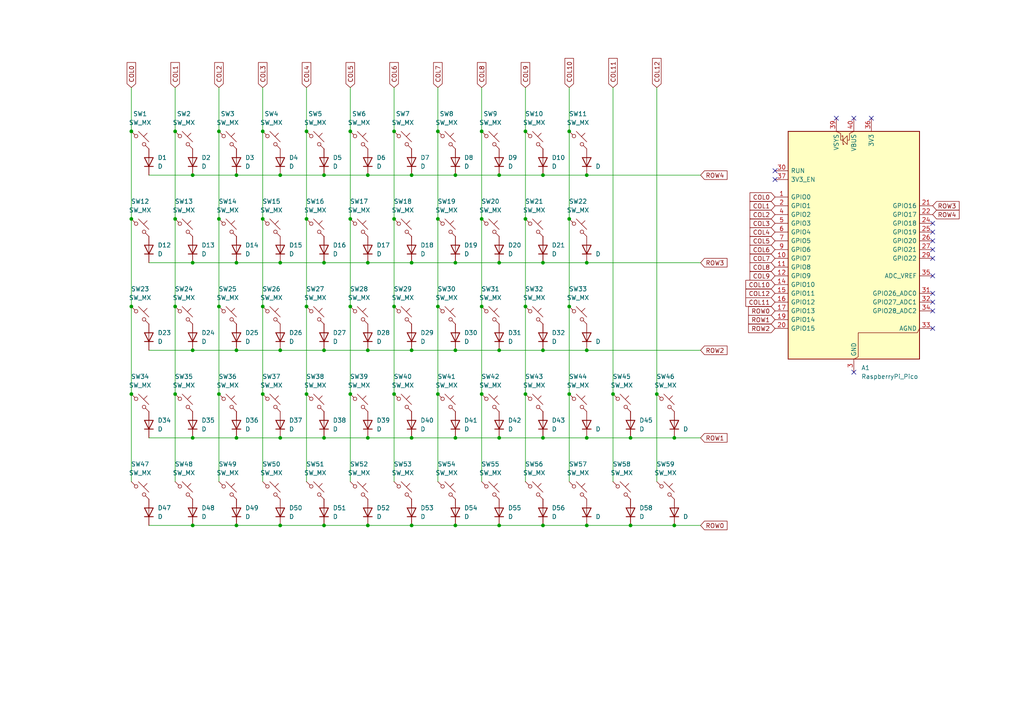
<source format=kicad_sch>
(kicad_sch (version 20250114) (generator "eeschema") (generator_version "9.0")
  (paper "A4")
  (junction (at 139.7 114.3))
  (junction (at 132.08 152.4))
  (junction (at 81.28 50.8))
  (junction (at 81.28 76.2))
  (junction (at 119.38 152.4))
  (junction (at 76.2 88.9))
  (junction (at 101.6 114.3))
  (junction (at 50.8 114.3))
  (junction (at 63.5 38.1))
  (junction (at 68.58 76.2))
  (junction (at 170.18 152.4))
  (junction (at 182.88 127))
  (junction (at 144.78 76.2))
  (junction (at 106.68 50.8))
  (junction (at 139.7 88.9))
  (junction (at 152.4 38.1))
  (junction (at 93.98 76.2))
  (junction (at 81.28 127))
  (junction (at 127 38.1))
  (junction (at 106.68 127))
  (junction (at 144.78 101.6))
  (junction (at 139.7 63.5))
  (junction (at 88.9 38.1))
  (junction (at 190.5 114.3))
  (junction (at 63.5 88.9))
  (junction (at 88.9 88.9))
  (junction (at 165.1 114.3))
  (junction (at 38.1 63.5))
  (junction (at 114.3 38.1))
  (junction (at 132.08 50.8))
  (junction (at 68.58 152.4))
  (junction (at 38.1 38.1))
  (junction (at 165.1 38.1))
  (junction (at 55.88 76.2))
  (junction (at 101.6 88.9))
  (junction (at 195.58 152.4))
  (junction (at 177.8 114.3))
  (junction (at 50.8 88.9))
  (junction (at 170.18 101.6))
  (junction (at 50.8 63.5))
  (junction (at 132.08 76.2))
  (junction (at 106.68 101.6))
  (junction (at 114.3 88.9))
  (junction (at 132.08 127))
  (junction (at 157.48 127))
  (junction (at 170.18 50.8))
  (junction (at 68.58 127))
  (junction (at 114.3 114.3))
  (junction (at 119.38 101.6))
  (junction (at 81.28 101.6))
  (junction (at 93.98 101.6))
  (junction (at 106.68 152.4))
  (junction (at 152.4 63.5))
  (junction (at 38.1 88.9))
  (junction (at 119.38 76.2))
  (junction (at 144.78 127))
  (junction (at 139.7 38.1))
  (junction (at 76.2 38.1))
  (junction (at 144.78 50.8))
  (junction (at 106.68 76.2))
  (junction (at 93.98 50.8))
  (junction (at 127 88.9))
  (junction (at 68.58 50.8))
  (junction (at 55.88 101.6))
  (junction (at 93.98 127))
  (junction (at 132.08 101.6))
  (junction (at 88.9 114.3))
  (junction (at 157.48 50.8))
  (junction (at 157.48 76.2))
  (junction (at 170.18 127))
  (junction (at 63.5 63.5))
  (junction (at 55.88 152.4))
  (junction (at 119.38 127))
  (junction (at 101.6 63.5))
  (junction (at 81.28 152.4))
  (junction (at 114.3 63.5))
  (junction (at 127 114.3))
  (junction (at 195.58 127))
  (junction (at 157.48 152.4))
  (junction (at 157.48 101.6))
  (junction (at 165.1 88.9))
  (junction (at 50.8 38.1))
  (junction (at 127 63.5))
  (junction (at 152.4 114.3))
  (junction (at 170.18 76.2))
  (junction (at 88.9 63.5))
  (junction (at 144.78 152.4))
  (junction (at 63.5 114.3))
  (junction (at 76.2 114.3))
  (junction (at 152.4 88.9))
  (junction (at 76.2 63.5))
  (junction (at 38.1 114.3))
  (junction (at 101.6 38.1))
  (junction (at 68.58 101.6))
  (junction (at 93.98 152.4))
  (junction (at 55.88 50.8))
  (junction (at 119.38 50.8))
  (junction (at 165.1 63.5))
  (junction (at 182.88 152.4))
  (junction (at 55.88 127))
  (no_connect (at 224.79 49.53))
  (no_connect (at 270.51 95.25))
  (no_connect (at 242.57 34.29))
  (no_connect (at 270.51 64.77))
  (no_connect (at 270.51 72.39))
  (no_connect (at 270.51 74.93))
  (no_connect (at 252.73 34.29))
  (no_connect (at 270.51 90.17))
  (no_connect (at 270.51 87.63))
  (no_connect (at 270.51 67.31))
  (no_connect (at 270.51 69.85))
  (no_connect (at 270.51 80.01))
  (no_connect (at 270.51 85.09))
  (no_connect (at 224.79 52.07))
  (no_connect (at 247.65 34.29))
  (no_connect (at 247.65 107.95))
  (wire (pts (xy 177.8 25.4) (xy 177.8 114.3)))
  (wire (pts (xy 55.88 50.8) (xy 68.58 50.8)))
  (wire (pts (xy 119.38 76.2) (xy 132.08 76.2)))
  (wire (pts (xy 132.08 152.4) (xy 144.78 152.4)))
  (wire (pts (xy 101.6 63.5) (xy 101.6 88.9)))
  (wire (pts (xy 165.1 38.1) (xy 165.1 63.5)))
  (wire (pts (xy 152.4 88.9) (xy 152.4 114.3)))
  (wire (pts (xy 127 63.5) (xy 127 88.9)))
  (wire (pts (xy 88.9 63.5) (xy 88.9 88.9)))
  (wire (pts (xy 88.9 25.4) (xy 88.9 38.1)))
  (wire (pts (xy 68.58 50.8) (xy 81.28 50.8)))
  (wire (pts (xy 182.88 152.4) (xy 195.58 152.4)))
  (wire (pts (xy 139.7 38.1) (xy 139.7 63.5)))
  (wire (pts (xy 50.8 88.9) (xy 50.8 114.3)))
  (wire (pts (xy 114.3 25.4) (xy 114.3 38.1)))
  (wire (pts (xy 195.58 127) (xy 203.2 127)))
  (wire (pts (xy 101.6 38.1) (xy 101.6 63.5)))
  (wire (pts (xy 127 25.4) (xy 127 38.1)))
  (wire (pts (xy 68.58 152.4) (xy 81.28 152.4)))
  (wire (pts (xy 43.18 101.6) (xy 55.88 101.6)))
  (wire (pts (xy 63.5 63.5) (xy 63.5 88.9)))
  (wire (pts (xy 144.78 76.2) (xy 157.48 76.2)))
  (wire (pts (xy 170.18 76.2) (xy 203.2 76.2)))
  (wire (pts (xy 203.2 152.4) (xy 195.58 152.4)))
  (wire (pts (xy 170.18 127) (xy 182.88 127)))
  (wire (pts (xy 68.58 76.2) (xy 81.28 76.2)))
  (wire (pts (xy 127 114.3) (xy 127 139.7)))
  (wire (pts (xy 63.5 25.4) (xy 63.5 38.1)))
  (wire (pts (xy 38.1 63.5) (xy 38.1 88.9)))
  (wire (pts (xy 106.68 76.2) (xy 119.38 76.2)))
  (wire (pts (xy 63.5 88.9) (xy 63.5 114.3)))
  (wire (pts (xy 132.08 127) (xy 144.78 127)))
  (wire (pts (xy 93.98 127) (xy 106.68 127)))
  (wire (pts (xy 101.6 114.3) (xy 101.6 139.7)))
  (wire (pts (xy 55.88 76.2) (xy 68.58 76.2)))
  (wire (pts (xy 93.98 76.2) (xy 106.68 76.2)))
  (wire (pts (xy 165.1 114.3) (xy 165.1 139.7)))
  (wire (pts (xy 177.8 114.3) (xy 177.8 139.7)))
  (wire (pts (xy 88.9 38.1) (xy 88.9 63.5)))
  (wire (pts (xy 152.4 38.1) (xy 152.4 63.5)))
  (wire (pts (xy 152.4 25.4) (xy 152.4 38.1)))
  (wire (pts (xy 63.5 38.1) (xy 63.5 63.5)))
  (wire (pts (xy 139.7 88.9) (xy 139.7 114.3)))
  (wire (pts (xy 114.3 63.5) (xy 114.3 88.9)))
  (wire (pts (xy 127 88.9) (xy 127 114.3)))
  (wire (pts (xy 106.68 127) (xy 119.38 127)))
  (wire (pts (xy 139.7 25.4) (xy 139.7 38.1)))
  (wire (pts (xy 101.6 88.9) (xy 101.6 114.3)))
  (wire (pts (xy 43.18 50.8) (xy 55.88 50.8)))
  (wire (pts (xy 76.2 38.1) (xy 76.2 63.5)))
  (wire (pts (xy 76.2 25.4) (xy 76.2 38.1)))
  (wire (pts (xy 50.8 63.5) (xy 50.8 88.9)))
  (wire (pts (xy 81.28 50.8) (xy 93.98 50.8)))
  (wire (pts (xy 139.7 114.3) (xy 139.7 139.7)))
  (wire (pts (xy 119.38 152.4) (xy 132.08 152.4)))
  (wire (pts (xy 165.1 63.5) (xy 165.1 88.9)))
  (wire (pts (xy 93.98 50.8) (xy 106.68 50.8)))
  (wire (pts (xy 93.98 101.6) (xy 106.68 101.6)))
  (wire (pts (xy 157.48 127) (xy 170.18 127)))
  (wire (pts (xy 43.18 152.4) (xy 55.88 152.4)))
  (wire (pts (xy 190.5 25.4) (xy 190.5 114.3)))
  (wire (pts (xy 170.18 50.8) (xy 203.2 50.8)))
  (wire (pts (xy 157.48 101.6) (xy 170.18 101.6)))
  (wire (pts (xy 119.38 127) (xy 132.08 127)))
  (wire (pts (xy 88.9 88.9) (xy 88.9 114.3)))
  (wire (pts (xy 106.68 101.6) (xy 119.38 101.6)))
  (wire (pts (xy 114.3 88.9) (xy 114.3 114.3)))
  (wire (pts (xy 144.78 50.8) (xy 157.48 50.8)))
  (wire (pts (xy 101.6 25.4) (xy 101.6 38.1)))
  (wire (pts (xy 43.18 76.2) (xy 55.88 76.2)))
  (wire (pts (xy 144.78 127) (xy 157.48 127)))
  (wire (pts (xy 68.58 101.6) (xy 81.28 101.6)))
  (wire (pts (xy 132.08 101.6) (xy 144.78 101.6)))
  (wire (pts (xy 170.18 101.6) (xy 203.2 101.6)))
  (wire (pts (xy 132.08 50.8) (xy 144.78 50.8)))
  (wire (pts (xy 55.88 152.4) (xy 68.58 152.4)))
  (wire (pts (xy 50.8 25.4) (xy 50.8 38.1)))
  (wire (pts (xy 182.88 127) (xy 195.58 127)))
  (wire (pts (xy 165.1 88.9) (xy 165.1 114.3)))
  (wire (pts (xy 93.98 152.4) (xy 106.68 152.4)))
  (wire (pts (xy 81.28 127) (xy 93.98 127)))
  (wire (pts (xy 139.7 63.5) (xy 139.7 88.9)))
  (wire (pts (xy 76.2 88.9) (xy 76.2 114.3)))
  (wire (pts (xy 76.2 114.3) (xy 76.2 139.7)))
  (wire (pts (xy 106.68 50.8) (xy 119.38 50.8)))
  (wire (pts (xy 119.38 101.6) (xy 132.08 101.6)))
  (wire (pts (xy 190.5 114.3) (xy 190.5 139.7)))
  (wire (pts (xy 38.1 88.9) (xy 38.1 114.3)))
  (wire (pts (xy 114.3 114.3) (xy 114.3 139.7)))
  (wire (pts (xy 157.48 50.8) (xy 170.18 50.8)))
  (wire (pts (xy 119.38 50.8) (xy 132.08 50.8)))
  (wire (pts (xy 55.88 127) (xy 68.58 127)))
  (wire (pts (xy 81.28 101.6) (xy 93.98 101.6)))
  (wire (pts (xy 132.08 76.2) (xy 144.78 76.2)))
  (wire (pts (xy 55.88 101.6) (xy 68.58 101.6)))
  (wire (pts (xy 127 38.1) (xy 127 63.5)))
  (wire (pts (xy 114.3 38.1) (xy 114.3 63.5)))
  (wire (pts (xy 152.4 63.5) (xy 152.4 88.9)))
  (wire (pts (xy 81.28 76.2) (xy 93.98 76.2)))
  (wire (pts (xy 165.1 25.4) (xy 165.1 38.1)))
  (wire (pts (xy 144.78 101.6) (xy 157.48 101.6)))
  (wire (pts (xy 38.1 38.1) (xy 38.1 63.5)))
  (wire (pts (xy 63.5 114.3) (xy 63.5 139.7)))
  (wire (pts (xy 38.1 25.4) (xy 38.1 38.1)))
  (wire (pts (xy 50.8 114.3) (xy 50.8 139.7)))
  (wire (pts (xy 50.8 38.1) (xy 50.8 63.5)))
  (wire (pts (xy 152.4 114.3) (xy 152.4 139.7)))
  (wire (pts (xy 76.2 63.5) (xy 76.2 88.9)))
  (wire (pts (xy 38.1 114.3) (xy 38.1 139.7)))
  (wire (pts (xy 157.48 152.4) (xy 170.18 152.4)))
  (wire (pts (xy 68.58 127) (xy 81.28 127)))
  (wire (pts (xy 144.78 152.4) (xy 157.48 152.4)))
  (wire (pts (xy 170.18 152.4) (xy 182.88 152.4)))
  (wire (pts (xy 157.48 76.2) (xy 170.18 76.2)))
  (wire (pts (xy 81.28 152.4) (xy 93.98 152.4)))
  (wire (pts (xy 106.68 152.4) (xy 119.38 152.4)))
  (wire (pts (xy 43.18 127) (xy 55.88 127)))
  (wire (pts (xy 88.9 114.3) (xy 88.9 139.7)))
  (global_label "COL2" (shape input) (at 63.5 25.4 90) (property "Intersheetrefs" "${INTERSHEET_REFS}" (effects (hide yes))))
  (global_label "ROW4" (shape input) (at 203.2 50.8 0) (property "Intersheetrefs" "${INTERSHEET_REFS}" (effects (hide yes))))
  (global_label "COL0" (shape input) (at 224.79 57.15 180) (property "Intersheetrefs" "${INTERSHEET_REFS}" (effects (hide yes))))
  (global_label "COL6" (shape input) (at 224.79 72.39 180) (property "Intersheetrefs" "${INTERSHEET_REFS}" (effects (hide yes))))
  (global_label "COL12" (shape input) (at 224.79 85.09 180) (property "Intersheetrefs" "${INTERSHEET_REFS}" (effects (hide yes))))
  (global_label "ROW2" (shape input) (at 203.2 101.6 0) (property "Intersheetrefs" "${INTERSHEET_REFS}" (effects (hide yes))))
  (global_label "ROW1" (shape input) (at 224.79 92.71 180) (property "Intersheetrefs" "${INTERSHEET_REFS}" (effects (hide yes))))
  (global_label "COL4" (shape input) (at 224.79 67.31 180) (property "Intersheetrefs" "${INTERSHEET_REFS}" (effects (hide yes))))
  (global_label "ROW3" (shape input) (at 270.51 59.69 0) (property "Intersheetrefs" "${INTERSHEET_REFS}" (effects (hide yes))))
  (global_label "ROW0" (shape input) (at 203.2 152.4 0) (property "Intersheetrefs" "${INTERSHEET_REFS}" (effects (hide yes))))
  (global_label "COL8" (shape input) (at 139.7 25.4 90) (property "Intersheetrefs" "${INTERSHEET_REFS}" (effects (hide yes))))
  (global_label "COL1" (shape input) (at 224.79 59.69 180) (property "Intersheetrefs" "${INTERSHEET_REFS}" (effects (hide yes))))
  (global_label "COL4" (shape input) (at 88.9 25.4 90) (property "Intersheetrefs" "${INTERSHEET_REFS}" (effects (hide yes))))
  (global_label "ROW1" (shape input) (at 203.2 127 0) (property "Intersheetrefs" "${INTERSHEET_REFS}" (effects (hide yes))))
  (global_label "COL5" (shape input) (at 224.79 69.85 180) (property "Intersheetrefs" "${INTERSHEET_REFS}" (effects (hide yes))))
  (global_label "COL7" (shape input) (at 224.79 74.93 180) (property "Intersheetrefs" "${INTERSHEET_REFS}" (effects (hide yes))))
  (global_label "ROW2" (shape input) (at 224.79 95.25 180) (property "Intersheetrefs" "${INTERSHEET_REFS}" (effects (hide yes))))
  (global_label "COL1" (shape input) (at 50.8 25.4 90) (property "Intersheetrefs" "${INTERSHEET_REFS}" (effects (hide yes))))
  (global_label "COL6" (shape input) (at 114.3 25.4 90) (property "Intersheetrefs" "${INTERSHEET_REFS}" (effects (hide yes))))
  (global_label "COL10" (shape input) (at 165.1 25.4 90) (property "Intersheetrefs" "${INTERSHEET_REFS}" (effects (hide yes))))
  (global_label "COL11" (shape input) (at 224.79 87.63 180) (property "Intersheetrefs" "${INTERSHEET_REFS}" (effects (hide yes))))
  (global_label "COL8" (shape input) (at 224.79 77.47 180) (property "Intersheetrefs" "${INTERSHEET_REFS}" (effects (hide yes))))
  (global_label "COL10" (shape input) (at 224.79 82.55 180) (property "Intersheetrefs" "${INTERSHEET_REFS}" (effects (hide yes))))
  (global_label "COL3" (shape input) (at 76.2 25.4 90) (property "Intersheetrefs" "${INTERSHEET_REFS}" (effects (hide yes))))
  (global_label "COL5" (shape input) (at 101.6 25.4 90) (property "Intersheetrefs" "${INTERSHEET_REFS}" (effects (hide yes))))
  (global_label "COL9" (shape input) (at 152.4 25.4 90) (property "Intersheetrefs" "${INTERSHEET_REFS}" (effects (hide yes))))
  (global_label "COL2" (shape input) (at 224.79 62.23 180) (property "Intersheetrefs" "${INTERSHEET_REFS}" (effects (hide yes))))
  (global_label "ROW3" (shape input) (at 203.2 76.2 0) (property "Intersheetrefs" "${INTERSHEET_REFS}" (effects (hide yes))))
  (global_label "ROW4" (shape input) (at 270.51 62.23 0) (property "Intersheetrefs" "${INTERSHEET_REFS}" (effects (hide yes))))
  (global_label "COL12" (shape input) (at 190.5 25.4 90) (property "Intersheetrefs" "${INTERSHEET_REFS}" (effects (hide yes))))
  (global_label "COL11" (shape input) (at 177.8 25.4 90) (property "Intersheetrefs" "${INTERSHEET_REFS}" (effects (hide yes))))
  (global_label "COL7" (shape input) (at 127 25.4 90) (property "Intersheetrefs" "${INTERSHEET_REFS}" (effects (hide yes))))
  (global_label "ROW0" (shape input) (at 224.79 90.17 180) (property "Intersheetrefs" "${INTERSHEET_REFS}" (effects (hide yes))))
  (global_label "COL3" (shape input) (at 224.79 64.77 180) (property "Intersheetrefs" "${INTERSHEET_REFS}" (effects (hide yes))))
  (global_label "COL9" (shape input) (at 224.79 80.01 180) (property "Intersheetrefs" "${INTERSHEET_REFS}" (effects (hide yes))))
  (global_label "COL0" (shape input) (at 38.1 25.4 90) (property "Intersheetrefs" "${INTERSHEET_REFS}" (effects (hide yes))))
  (symbol (lib_id "Device:D") (at 68.58 148.59 90) (unit 1)
    (property "Reference" "D49" (at 71.12 147.3199 90) (effects (justify right)))
    (property "Value" "D" (at 71.12 149.8599 90) (effects (justify right)))
    (property "Footprint" "Diode_THT:D_DO-35_SOD27_P2.54mm_Vertical_KathodeUp" (effects (hide yes)))
    (property "Description" "Diode" (effects (hide yes)))
    (property "Sim.Device" "D" (effects (hide yes)))
    (property "Sim.Pins" "1=K 2=A" (effects (hide yes)))
  )
  (symbol (lib_id "Switch:SW_Push_45deg") (at 66.04 142.24 0) (unit 1)
    (property "Reference" "SW49" (at 66.04 134.62 0))
    (property "Value" "SW_MX" (at 66.04 137.16 0))
    (property "Footprint" "Button_Switch_Keyboard:SW_Cherry_MX_1.00u_PCB" (effects (hide yes)))
    (property "Description" "Push button switch, normally open, two pins, 45° tilted" (effects (hide yes)))
  )
  (symbol (lib_id "Device:D") (at 119.38 46.99 90) (unit 1)
    (property "Reference" "D7" (at 121.92 45.7199 90) (effects (justify right)))
    (property "Value" "D" (at 121.92 48.2599 90) (effects (justify right)))
    (property "Footprint" "Diode_THT:D_DO-35_SOD27_P2.54mm_Vertical_KathodeUp" (effects (hide yes)))
    (property "Description" "Diode" (effects (hide yes)))
    (property "Sim.Device" "D" (effects (hide yes)))
    (property "Sim.Pins" "1=K 2=A" (effects (hide yes)))
  )
  (symbol (lib_id "Device:D") (at 43.18 97.79 90) (unit 1)
    (property "Reference" "D23" (at 45.72 96.5199 90) (effects (justify right)))
    (property "Value" "D" (at 45.72 99.0599 90) (effects (justify right)))
    (property "Footprint" "Diode_THT:D_DO-35_SOD27_P2.54mm_Vertical_KathodeUp" (effects (hide yes)))
    (property "Description" "Diode" (effects (hide yes)))
    (property "Sim.Device" "D" (effects (hide yes)))
    (property "Sim.Pins" "1=K 2=A" (effects (hide yes)))
  )
  (symbol (lib_id "Device:D") (at 81.28 123.19 90) (unit 1)
    (property "Reference" "D37" (at 83.82 121.9199 90) (effects (justify right)))
    (property "Value" "D" (at 83.82 124.4599 90) (effects (justify right)))
    (property "Footprint" "Diode_THT:D_DO-35_SOD27_P2.54mm_Vertical_KathodeUp" (effects (hide yes)))
    (property "Description" "Diode" (effects (hide yes)))
    (property "Sim.Device" "D" (effects (hide yes)))
    (property "Sim.Pins" "1=K 2=A" (effects (hide yes)))
  )
  (symbol (lib_id "Device:D") (at 106.68 72.39 90) (unit 1)
    (property "Reference" "D17" (at 109.22 71.1199 90) (effects (justify right)))
    (property "Value" "D" (at 109.22 73.6599 90) (effects (justify right)))
    (property "Footprint" "Diode_THT:D_DO-35_SOD27_P2.54mm_Vertical_KathodeUp" (effects (hide yes)))
    (property "Description" "Diode" (effects (hide yes)))
    (property "Sim.Device" "D" (effects (hide yes)))
    (property "Sim.Pins" "1=K 2=A" (effects (hide yes)))
  )
  (symbol (lib_id "Switch:SW_Push_45deg") (at 129.54 91.44 0) (unit 1)
    (property "Reference" "SW30" (at 129.54 83.82 0))
    (property "Value" "SW_MX" (at 129.54 86.36 0))
    (property "Footprint" "Button_Switch_Keyboard:SW_Cherry_MX_1.00u_PCB" (effects (hide yes)))
    (property "Description" "Push button switch, normally open, two pins, 45° tilted" (effects (hide yes)))
  )
  (symbol (lib_id "Switch:SW_Push_45deg") (at 91.44 66.04 0) (unit 1)
    (property "Reference" "SW16" (at 91.44 58.42 0))
    (property "Value" "SW_MX" (at 91.44 60.96 0))
    (property "Footprint" "Button_Switch_Keyboard:SW_Cherry_MX_1.00u_PCB" (effects (hide yes)))
    (property "Description" "Push button switch, normally open, two pins, 45° tilted" (effects (hide yes)))
  )
  (symbol (lib_id "Switch:SW_Push_45deg") (at 91.44 116.84 0) (unit 1)
    (property "Reference" "SW38" (at 91.44 109.22 0))
    (property "Value" "SW_MX" (at 91.44 111.76 0))
    (property "Footprint" "Button_Switch_Keyboard:SW_Cherry_MX_1.00u_PCB" (effects (hide yes)))
    (property "Description" "Push button switch, normally open, two pins, 45° tilted" (effects (hide yes)))
  )
  (symbol (lib_id "Switch:SW_Push_45deg") (at 154.94 91.44 0) (unit 1)
    (property "Reference" "SW32" (at 154.94 83.82 0))
    (property "Value" "SW_MX" (at 154.94 86.36 0))
    (property "Footprint" "Button_Switch_Keyboard:SW_Cherry_MX_1.00u_PCB" (effects (hide yes)))
    (property "Description" "Push button switch, normally open, two pins, 45° tilted" (effects (hide yes)))
  )
  (symbol (lib_id "Switch:SW_Push_45deg") (at 142.24 142.24 0) (unit 1)
    (property "Reference" "SW55" (at 142.24 134.62 0))
    (property "Value" "SW_MX" (at 142.24 137.16 0))
    (property "Footprint" "Button_Switch_Keyboard:SW_Cherry_MX_1.00u_PCB" (effects (hide yes)))
    (property "Description" "Push button switch, normally open, two pins, 45° tilted" (effects (hide yes)))
  )
  (symbol (lib_id "Switch:SW_Push_45deg") (at 129.54 66.04 0) (unit 1)
    (property "Reference" "SW19" (at 129.54 58.42 0))
    (property "Value" "SW_MX" (at 129.54 60.96 0))
    (property "Footprint" "Button_Switch_Keyboard:SW_Cherry_MX_1.00u_PCB" (effects (hide yes)))
    (property "Description" "Push button switch, normally open, two pins, 45° tilted" (effects (hide yes)))
  )
  (symbol (lib_id "Device:D") (at 157.48 97.79 90) (unit 1)
    (property "Reference" "D32" (at 160.02 96.5199 90) (effects (justify right)))
    (property "Value" "D" (at 160.02 99.0599 90) (effects (justify right)))
    (property "Footprint" "Diode_THT:D_DO-35_SOD27_P2.54mm_Vertical_KathodeUp" (effects (hide yes)))
    (property "Description" "Diode" (effects (hide yes)))
    (property "Sim.Device" "D" (effects (hide yes)))
    (property "Sim.Pins" "1=K 2=A" (effects (hide yes)))
  )
  (symbol (lib_id "Switch:SW_Push_45deg") (at 53.34 116.84 0) (unit 1)
    (property "Reference" "SW35" (at 53.34 109.22 0))
    (property "Value" "SW_MX" (at 53.34 111.76 0))
    (property "Footprint" "Button_Switch_Keyboard:SW_Cherry_MX_1.00u_PCB" (effects (hide yes)))
    (property "Description" "Push button switch, normally open, two pins, 45° tilted" (effects (hide yes)))
  )
  (symbol (lib_id "Device:D") (at 170.18 72.39 90) (unit 1)
    (property "Reference" "D22" (effects (hide yes)))
    (property "Value" "D" (at 172.72 73.6599 90) (effects (justify right)))
    (property "Footprint" "Diode_THT:D_DO-35_SOD27_P2.54mm_Vertical_KathodeUp" (effects (hide yes)))
    (property "Description" "Diode" (effects (hide yes)))
    (property "Sim.Device" "D" (effects (hide yes)))
    (property "Sim.Pins" "1=K 2=A" (effects (hide yes)))
  )
  (symbol (lib_id "Device:D") (at 68.58 123.19 90) (unit 1)
    (property "Reference" "D36" (at 71.12 121.9199 90) (effects (justify right)))
    (property "Value" "D" (at 71.12 124.4599 90) (effects (justify right)))
    (property "Footprint" "Diode_THT:D_DO-35_SOD27_P2.54mm_Vertical_KathodeUp" (effects (hide yes)))
    (property "Description" "Diode" (effects (hide yes)))
    (property "Sim.Device" "D" (effects (hide yes)))
    (property "Sim.Pins" "1=K 2=A" (effects (hide yes)))
  )
  (symbol (lib_id "Device:D") (at 55.88 97.79 90) (unit 1)
    (property "Reference" "D24" (at 58.42 96.5199 90) (effects (justify right)))
    (property "Value" "D" (at 58.42 99.0599 90) (effects (justify right)))
    (property "Footprint" "Diode_THT:D_DO-35_SOD27_P2.54mm_Vertical_KathodeUp" (effects (hide yes)))
    (property "Description" "Diode" (effects (hide yes)))
    (property "Sim.Device" "D" (effects (hide yes)))
    (property "Sim.Pins" "1=K 2=A" (effects (hide yes)))
  )
  (symbol (lib_id "Device:D") (at 68.58 97.79 90) (unit 1)
    (property "Reference" "D25" (at 71.12 96.5199 90) (effects (justify right)))
    (property "Value" "D" (at 71.12 99.0599 90) (effects (justify right)))
    (property "Footprint" "Diode_THT:D_DO-35_SOD27_P2.54mm_Vertical_KathodeUp" (effects (hide yes)))
    (property "Description" "Diode" (effects (hide yes)))
    (property "Sim.Device" "D" (effects (hide yes)))
    (property "Sim.Pins" "1=K 2=A" (effects (hide yes)))
  )
  (symbol (lib_id "Device:D") (at 144.78 123.19 90) (unit 1)
    (property "Reference" "D42" (at 147.32 121.9199 90) (effects (justify right)))
    (property "Value" "D" (at 147.32 124.4599 90) (effects (justify right)))
    (property "Footprint" "Diode_THT:D_DO-35_SOD27_P2.54mm_Vertical_KathodeUp" (effects (hide yes)))
    (property "Description" "Diode" (effects (hide yes)))
    (property "Sim.Device" "D" (effects (hide yes)))
    (property "Sim.Pins" "1=K 2=A" (effects (hide yes)))
  )
  (symbol (lib_id "Device:D") (at 81.28 148.59 90) (unit 1)
    (property "Reference" "D50" (at 83.82 147.3199 90) (effects (justify right)))
    (property "Value" "D" (at 83.82 149.8599 90) (effects (justify right)))
    (property "Footprint" "Diode_THT:D_DO-35_SOD27_P2.54mm_Vertical_KathodeUp" (effects (hide yes)))
    (property "Description" "Diode" (effects (hide yes)))
    (property "Sim.Device" "D" (effects (hide yes)))
    (property "Sim.Pins" "1=K 2=A" (effects (hide yes)))
  )
  (symbol (lib_id "Switch:SW_Push_45deg") (at 104.14 142.24 0) (unit 1)
    (property "Reference" "SW52" (at 104.14 134.62 0))
    (property "Value" "SW_MX" (at 104.14 137.16 0))
    (property "Footprint" "Button_Switch_Keyboard:SW_Cherry_MX_1.00u_PCB" (effects (hide yes)))
    (property "Description" "Push button switch, normally open, two pins, 45° tilted" (effects (hide yes)))
  )
  (symbol (lib_id "Switch:SW_Push_45deg") (at 116.84 91.44 0) (unit 1)
    (property "Reference" "SW29" (at 116.84 83.82 0))
    (property "Value" "SW_MX" (at 116.84 86.36 0))
    (property "Footprint" "Button_Switch_Keyboard:SW_Cherry_MX_1.00u_PCB" (effects (hide yes)))
    (property "Description" "Push button switch, normally open, two pins, 45° tilted" (effects (hide yes)))
  )
  (symbol (lib_id "Switch:SW_Push_45deg") (at 154.94 66.04 0) (unit 1)
    (property "Reference" "SW21" (at 154.94 58.42 0))
    (property "Value" "SW_MX" (at 154.94 60.96 0))
    (property "Footprint" "Button_Switch_Keyboard:SW_Cherry_MX_1.00u_PCB" (effects (hide yes)))
    (property "Description" "Push button switch, normally open, two pins, 45° tilted" (effects (hide yes)))
  )
  (symbol (lib_id "Switch:SW_Push_45deg") (at 104.14 40.64 0) (unit 1)
    (property "Reference" "SW6" (at 104.14 33.02 0))
    (property "Value" "SW_MX" (at 104.14 35.56 0))
    (property "Footprint" "Button_Switch_Keyboard:SW_Cherry_MX_1.00u_PCB" (effects (hide yes)))
    (property "Description" "Push button switch, normally open, two pins, 45° tilted" (effects (hide yes)))
  )
  (symbol (lib_id "Switch:SW_Push_45deg") (at 40.64 142.24 0) (unit 1)
    (property "Reference" "SW47" (at 40.64 134.62 0))
    (property "Value" "SW_MX" (at 40.64 137.16 0))
    (property "Footprint" "Button_Switch_Keyboard:SW_Cherry_MX_1.00u_PCB" (effects (hide yes)))
    (property "Description" "Push button switch, normally open, two pins, 45° tilted" (effects (hide yes)))
  )
  (symbol (lib_id "Device:D") (at 132.08 148.59 90) (unit 1)
    (property "Reference" "D54" (at 134.62 147.3199 90) (effects (justify right)))
    (property "Value" "D" (at 134.62 149.8599 90) (effects (justify right)))
    (property "Footprint" "Diode_THT:D_DO-35_SOD27_P2.54mm_Vertical_KathodeUp" (effects (hide yes)))
    (property "Description" "Diode" (effects (hide yes)))
    (property "Sim.Device" "D" (effects (hide yes)))
    (property "Sim.Pins" "1=K 2=A" (effects (hide yes)))
  )
  (symbol (lib_id "Switch:SW_Push_45deg") (at 142.24 91.44 0) (unit 1)
    (property "Reference" "SW31" (at 142.24 83.82 0))
    (property "Value" "SW_MX" (at 142.24 86.36 0))
    (property "Footprint" "Button_Switch_Keyboard:SW_Cherry_MX_1.00u_PCB" (effects (hide yes)))
    (property "Description" "Push button switch, normally open, two pins, 45° tilted" (effects (hide yes)))
  )
  (symbol (lib_id "Switch:SW_Push_45deg") (at 116.84 40.64 0) (unit 1)
    (property "Reference" "SW7" (at 116.84 33.02 0))
    (property "Value" "SW_MX" (at 116.84 35.56 0))
    (property "Footprint" "Button_Switch_Keyboard:SW_Cherry_MX_1.00u_PCB" (effects (hide yes)))
    (property "Description" "Push button switch, normally open, two pins, 45° tilted" (effects (hide yes)))
  )
  (symbol (lib_id "Switch:SW_Push_45deg") (at 167.64 66.04 0) (unit 1)
    (property "Reference" "SW22" (at 167.64 58.42 0))
    (property "Value" "SW_MX" (at 167.64 60.96 0))
    (property "Footprint" "Button_Switch_Keyboard:SW_Cherry_MX_1.00u_PCB" (effects (hide yes)))
    (property "Description" "Push button switch, normally open, two pins, 45° tilted" (effects (hide yes)))
  )
  (symbol (lib_id "Switch:SW_Push_45deg") (at 66.04 40.64 0) (unit 1)
    (property "Reference" "SW3" (at 66.04 33.02 0))
    (property "Value" "SW_MX" (at 66.04 35.56 0))
    (property "Footprint" "Button_Switch_Keyboard:SW_Cherry_MX_1.00u_PCB" (effects (hide yes)))
    (property "Description" "Push button switch, normally open, two pins, 45° tilted" (effects (hide yes)))
  )
  (symbol (lib_id "Switch:SW_Push_45deg") (at 142.24 40.64 0) (unit 1)
    (property "Reference" "SW9" (at 142.24 33.02 0))
    (property "Value" "SW_MX" (at 142.24 35.56 0))
    (property "Footprint" "Button_Switch_Keyboard:SW_Cherry_MX_1.00u_PCB" (effects (hide yes)))
    (property "Description" "Push button switch, normally open, two pins, 45° tilted" (effects (hide yes)))
  )
  (symbol (lib_id "Device:D") (at 182.88 148.59 90) (unit 1)
    (property "Reference" "D58" (at 185.42 147.3199 90) (effects (justify right)))
    (property "Value" "D" (at 185.42 149.8599 90) (effects (justify right)))
    (property "Footprint" "Diode_THT:D_DO-35_SOD27_P2.54mm_Vertical_KathodeUp" (effects (hide yes)))
    (property "Description" "Diode" (effects (hide yes)))
    (property "Sim.Device" "D" (effects (hide yes)))
    (property "Sim.Pins" "1=K 2=A" (effects (hide yes)))
  )
  (symbol (lib_id "Device:D") (at 43.18 123.19 90) (unit 1)
    (property "Reference" "D34" (at 45.72 121.9199 90) (effects (justify right)))
    (property "Value" "D" (at 45.72 124.4599 90) (effects (justify right)))
    (property "Footprint" "Diode_THT:D_DO-35_SOD27_P2.54mm_Vertical_KathodeUp" (effects (hide yes)))
    (property "Description" "Diode" (effects (hide yes)))
    (property "Sim.Device" "D" (effects (hide yes)))
    (property "Sim.Pins" "1=K 2=A" (effects (hide yes)))
  )
  (symbol (lib_id "Device:D") (at 132.08 97.79 90) (unit 1)
    (property "Reference" "D30" (at 134.62 96.5199 90) (effects (justify right)))
    (property "Value" "D" (at 134.62 99.0599 90) (effects (justify right)))
    (property "Footprint" "Diode_THT:D_DO-35_SOD27_P2.54mm_Vertical_KathodeUp" (effects (hide yes)))
    (property "Description" "Diode" (effects (hide yes)))
    (property "Sim.Device" "D" (effects (hide yes)))
    (property "Sim.Pins" "1=K 2=A" (effects (hide yes)))
  )
  (symbol (lib_id "Device:D") (at 119.38 97.79 90) (unit 1)
    (property "Reference" "D29" (at 121.92 96.5199 90) (effects (justify right)))
    (property "Value" "D" (at 121.92 99.0599 90) (effects (justify right)))
    (property "Footprint" "Diode_THT:D_DO-35_SOD27_P2.54mm_Vertical_KathodeUp" (effects (hide yes)))
    (property "Description" "Diode" (effects (hide yes)))
    (property "Sim.Device" "D" (effects (hide yes)))
    (property "Sim.Pins" "1=K 2=A" (effects (hide yes)))
  )
  (symbol (lib_id "Switch:SW_Push_45deg") (at 40.64 66.04 0) (unit 1)
    (property "Reference" "SW12" (at 40.64 58.42 0))
    (property "Value" "SW_MX" (at 40.64 60.96 0))
    (property "Footprint" "Button_Switch_Keyboard:SW_Cherry_MX_1.00u_PCB" (effects (hide yes)))
    (property "Description" "Push button switch, normally open, two pins, 45° tilted" (effects (hide yes)))
  )
  (symbol (lib_id "Device:D") (at 55.88 148.59 90) (unit 1)
    (property "Reference" "D48" (at 58.42 147.3199 90) (effects (justify right)))
    (property "Value" "D" (at 58.42 149.8599 90) (effects (justify right)))
    (property "Footprint" "Diode_THT:D_DO-35_SOD27_P2.54mm_Vertical_KathodeUp" (effects (hide yes)))
    (property "Description" "Diode" (effects (hide yes)))
    (property "Sim.Device" "D" (effects (hide yes)))
    (property "Sim.Pins" "1=K 2=A" (effects (hide yes)))
  )
  (symbol (lib_id "Device:D") (at 106.68 46.99 90) (unit 1)
    (property "Reference" "D6" (at 109.22 45.7199 90) (effects (justify right)))
    (property "Value" "D" (at 109.22 48.2599 90) (effects (justify right)))
    (property "Footprint" "Diode_THT:D_DO-35_SOD27_P2.54mm_Vertical_KathodeUp" (effects (hide yes)))
    (property "Description" "Diode" (effects (hide yes)))
    (property "Sim.Device" "D" (effects (hide yes)))
    (property "Sim.Pins" "1=K 2=A" (effects (hide yes)))
  )
  (symbol (lib_id "Switch:SW_Push_45deg") (at 78.74 91.44 0) (unit 1)
    (property "Reference" "SW26" (at 78.74 83.82 0))
    (property "Value" "SW_MX" (at 78.74 86.36 0))
    (property "Footprint" "Button_Switch_Keyboard:SW_Cherry_MX_1.00u_PCB" (effects (hide yes)))
    (property "Description" "Push button switch, normally open, two pins, 45° tilted" (effects (hide yes)))
  )
  (symbol (lib_id "Switch:SW_Push_45deg") (at 154.94 40.64 0) (unit 1)
    (property "Reference" "SW10" (at 154.94 33.02 0))
    (property "Value" "SW_MX" (at 154.94 35.56 0))
    (property "Footprint" "Button_Switch_Keyboard:SW_Cherry_MX_1.00u_PCB" (effects (hide yes)))
    (property "Description" "Push button switch, normally open, two pins, 45° tilted" (effects (hide yes)))
  )
  (symbol (lib_id "Device:D") (at 119.38 72.39 90) (unit 1)
    (property "Reference" "D18" (at 121.92 71.1199 90) (effects (justify right)))
    (property "Value" "D" (at 121.92 73.6599 90) (effects (justify right)))
    (property "Footprint" "Diode_THT:D_DO-35_SOD27_P2.54mm_Vertical_KathodeUp" (effects (hide yes)))
    (property "Description" "Diode" (effects (hide yes)))
    (property "Sim.Device" "D" (effects (hide yes)))
    (property "Sim.Pins" "1=K 2=A" (effects (hide yes)))
  )
  (symbol (lib_id "Device:D") (at 93.98 97.79 90) (unit 1)
    (property "Reference" "D27" (at 96.52 96.5199 90) (effects (justify right)))
    (property "Value" "D" (at 96.52 99.0599 90) (effects (justify right)))
    (property "Footprint" "Diode_THT:D_DO-35_SOD27_P2.54mm_Vertical_KathodeUp" (effects (hide yes)))
    (property "Description" "Diode" (effects (hide yes)))
    (property "Sim.Device" "D" (effects (hide yes)))
    (property "Sim.Pins" "1=K 2=A" (effects (hide yes)))
  )
  (symbol (lib_id "Switch:SW_Push_45deg") (at 193.04 142.24 0) (unit 1)
    (property "Reference" "SW59" (at 193.04 134.62 0))
    (property "Value" "SW_MX" (at 193.04 137.16 0))
    (property "Footprint" "Button_Switch_Keyboard:SW_Cherry_MX_1.00u_PCB" (effects (hide yes)))
    (property "Description" "Push button switch, normally open, two pins, 45° tilted" (effects (hide yes)))
  )
  (symbol (lib_id "Device:D") (at 43.18 72.39 90) (unit 1)
    (property "Reference" "D12" (at 45.72 71.1199 90) (effects (justify right)))
    (property "Value" "D" (at 45.72 73.6599 90) (effects (justify right)))
    (property "Footprint" "Diode_THT:D_DO-35_SOD27_P2.54mm_Vertical_KathodeUp" (effects (hide yes)))
    (property "Description" "Diode" (effects (hide yes)))
    (property "Sim.Device" "D" (effects (hide yes)))
    (property "Sim.Pins" "1=K 2=A" (effects (hide yes)))
  )
  (symbol (lib_id "Device:D") (at 93.98 123.19 90) (unit 1)
    (property "Reference" "D38" (at 96.52 121.9199 90) (effects (justify right)))
    (property "Value" "D" (at 96.52 124.4599 90) (effects (justify right)))
    (property "Footprint" "Diode_THT:D_DO-35_SOD27_P2.54mm_Vertical_KathodeUp" (effects (hide yes)))
    (property "Description" "Diode" (effects (hide yes)))
    (property "Sim.Device" "D" (effects (hide yes)))
    (property "Sim.Pins" "1=K 2=A" (effects (hide yes)))
  )
  (symbol (lib_id "Switch:SW_Push_45deg") (at 53.34 66.04 0) (unit 1)
    (property "Reference" "SW13" (at 53.34 58.42 0))
    (property "Value" "SW_MX" (at 53.34 60.96 0))
    (property "Footprint" "Button_Switch_Keyboard:SW_Cherry_MX_1.00u_PCB" (effects (hide yes)))
    (property "Description" "Push button switch, normally open, two pins, 45° tilted" (effects (hide yes)))
  )
  (symbol (lib_id "Switch:SW_Push_45deg") (at 193.04 116.84 0) (unit 1)
    (property "Reference" "SW46" (at 193.04 109.22 0))
    (property "Value" "SW_MX" (at 193.04 111.76 0))
    (property "Footprint" "Button_Switch_Keyboard:SW_Cherry_MX_1.00u_PCB" (effects (hide yes)))
    (property "Description" "Push button switch, normally open, two pins, 45° tilted" (effects (hide yes)))
  )
  (symbol (lib_id "Device:D") (at 93.98 72.39 90) (unit 1)
    (property "Reference" "D16" (at 96.52 71.1199 90) (effects (justify right)))
    (property "Value" "D" (at 96.52 73.6599 90) (effects (justify right)))
    (property "Footprint" "Diode_THT:D_DO-35_SOD27_P2.54mm_Vertical_KathodeUp" (effects (hide yes)))
    (property "Description" "Diode" (effects (hide yes)))
    (property "Sim.Device" "D" (effects (hide yes)))
    (property "Sim.Pins" "1=K 2=A" (effects (hide yes)))
  )
  (symbol (lib_id "Device:D") (at 132.08 123.19 90) (unit 1)
    (property "Reference" "D41" (at 134.62 121.9199 90) (effects (justify right)))
    (property "Value" "D" (at 134.62 124.4599 90) (effects (justify right)))
    (property "Footprint" "Diode_THT:D_DO-35_SOD27_P2.54mm_Vertical_KathodeUp" (effects (hide yes)))
    (property "Description" "Diode" (effects (hide yes)))
    (property "Sim.Device" "D" (effects (hide yes)))
    (property "Sim.Pins" "1=K 2=A" (effects (hide yes)))
  )
  (symbol (lib_id "Device:D") (at 144.78 97.79 90) (unit 1)
    (property "Reference" "D31" (at 147.32 96.5199 90) (effects (justify right)))
    (property "Value" "D" (at 147.32 99.0599 90) (effects (justify right)))
    (property "Footprint" "Diode_THT:D_DO-35_SOD27_P2.54mm_Vertical_KathodeUp" (effects (hide yes)))
    (property "Description" "Diode" (effects (hide yes)))
    (property "Sim.Device" "D" (effects (hide yes)))
    (property "Sim.Pins" "1=K 2=A" (effects (hide yes)))
  )
  (symbol (lib_id "Device:D") (at 55.88 123.19 90) (unit 1)
    (property "Reference" "D35" (at 58.42 121.9199 90) (effects (justify right)))
    (property "Value" "D" (at 58.42 124.4599 90) (effects (justify right)))
    (property "Footprint" "Diode_THT:D_DO-35_SOD27_P2.54mm_Vertical_KathodeUp" (effects (hide yes)))
    (property "Description" "Diode" (effects (hide yes)))
    (property "Sim.Device" "D" (effects (hide yes)))
    (property "Sim.Pins" "1=K 2=A" (effects (hide yes)))
  )
  (symbol (lib_id "Switch:SW_Push_45deg") (at 116.84 66.04 0) (unit 1)
    (property "Reference" "SW18" (at 116.84 58.42 0))
    (property "Value" "SW_MX" (at 116.84 60.96 0))
    (property "Footprint" "Button_Switch_Keyboard:SW_Cherry_MX_1.00u_PCB" (effects (hide yes)))
    (property "Description" "Push button switch, normally open, two pins, 45° tilted" (effects (hide yes)))
  )
  (symbol (lib_id "Switch:SW_Push_45deg") (at 66.04 91.44 0) (unit 1)
    (property "Reference" "SW25" (at 66.04 83.82 0))
    (property "Value" "SW_MX" (at 66.04 86.36 0))
    (property "Footprint" "Button_Switch_Keyboard:SW_Cherry_MX_1.00u_PCB" (effects (hide yes)))
    (property "Description" "Push button switch, normally open, two pins, 45° tilted" (effects (hide yes)))
  )
  (symbol (lib_id "Device:D") (at 144.78 46.99 90) (unit 1)
    (property "Reference" "D9" (at 147.32 45.7199 90) (effects (justify right)))
    (property "Value" "D" (at 147.32 48.2599 90) (effects (justify right)))
    (property "Footprint" "Diode_THT:D_DO-35_SOD27_P2.54mm_Vertical_KathodeUp" (effects (hide yes)))
    (property "Description" "Diode" (effects (hide yes)))
    (property "Sim.Device" "D" (effects (hide yes)))
    (property "Sim.Pins" "1=K 2=A" (effects (hide yes)))
  )
  (symbol (lib_id "Device:D") (at 195.58 148.59 90) (unit 1)
    (property "Reference" "D59" (effects (hide yes)))
    (property "Value" "D" (at 198.12 149.8599 90) (effects (justify right)))
    (property "Footprint" "Diode_THT:D_DO-35_SOD27_P2.54mm_Vertical_KathodeUp" (effects (hide yes)))
    (property "Description" "Diode" (effects (hide yes)))
    (property "Sim.Device" "D" (effects (hide yes)))
    (property "Sim.Pins" "1=K 2=A" (effects (hide yes)))
  )
  (symbol (lib_id "Switch:SW_Push_45deg") (at 91.44 142.24 0) (unit 1)
    (property "Reference" "SW51" (at 91.44 134.62 0))
    (property "Value" "SW_MX" (at 91.44 137.16 0))
    (property "Footprint" "Button_Switch_Keyboard:SW_Cherry_MX_1.00u_PCB" (effects (hide yes)))
    (property "Description" "Push button switch, normally open, two pins, 45° tilted" (effects (hide yes)))
  )
  (symbol (lib_id "Device:D") (at 132.08 72.39 90) (unit 1)
    (property "Reference" "D19" (at 134.62 71.1199 90) (effects (justify right)))
    (property "Value" "D" (at 134.62 73.6599 90) (effects (justify right)))
    (property "Footprint" "Diode_THT:D_DO-35_SOD27_P2.54mm_Vertical_KathodeUp" (effects (hide yes)))
    (property "Description" "Diode" (effects (hide yes)))
    (property "Sim.Device" "D" (effects (hide yes)))
    (property "Sim.Pins" "1=K 2=A" (effects (hide yes)))
  )
  (symbol (lib_id "Device:D") (at 81.28 46.99 90) (unit 1)
    (property "Reference" "D4" (at 83.82 45.7199 90) (effects (justify right)))
    (property "Value" "D" (at 83.82 48.2599 90) (effects (justify right)))
    (property "Footprint" "Diode_THT:D_DO-35_SOD27_P2.54mm_Vertical_KathodeUp" (effects (hide yes)))
    (property "Description" "Diode" (effects (hide yes)))
    (property "Sim.Device" "D" (effects (hide yes)))
    (property "Sim.Pins" "1=K 2=A" (effects (hide yes)))
  )
  (symbol (lib_id "Device:D") (at 157.48 148.59 90) (unit 1)
    (property "Reference" "D56" (at 160.02 147.3199 90) (effects (justify right)))
    (property "Value" "D" (at 160.02 149.8599 90) (effects (justify right)))
    (property "Footprint" "Diode_THT:D_DO-35_SOD27_P2.54mm_Vertical_KathodeUp" (effects (hide yes)))
    (property "Description" "Diode" (effects (hide yes)))
    (property "Sim.Device" "D" (effects (hide yes)))
    (property "Sim.Pins" "1=K 2=A" (effects (hide yes)))
  )
  (symbol (lib_id "Device:D") (at 55.88 46.99 90) (unit 1)
    (property "Reference" "D2" (at 58.42 45.7199 90) (effects (justify right)))
    (property "Value" "D" (at 58.42 48.2599 90) (effects (justify right)))
    (property "Footprint" "Diode_THT:D_DO-35_SOD27_P2.54mm_Vertical_KathodeUp" (effects (hide yes)))
    (property "Description" "Diode" (effects (hide yes)))
    (property "Sim.Device" "D" (effects (hide yes)))
    (property "Sim.Pins" "1=K 2=A" (effects (hide yes)))
  )
  (symbol (lib_id "Switch:SW_Push_45deg") (at 167.64 116.84 0) (unit 1)
    (property "Reference" "SW44" (at 167.64 109.22 0))
    (property "Value" "SW_MX" (at 167.64 111.76 0))
    (property "Footprint" "Button_Switch_Keyboard:SW_Cherry_MX_1.00u_PCB" (effects (hide yes)))
    (property "Description" "Push button switch, normally open, two pins, 45° tilted" (effects (hide yes)))
  )
  (symbol (lib_id "Device:D") (at 119.38 148.59 90) (unit 1)
    (property "Reference" "D53" (at 121.92 147.3199 90) (effects (justify right)))
    (property "Value" "D" (at 121.92 149.8599 90) (effects (justify right)))
    (property "Footprint" "Diode_THT:D_DO-35_SOD27_P2.54mm_Vertical_KathodeUp" (effects (hide yes)))
    (property "Description" "Diode" (effects (hide yes)))
    (property "Sim.Device" "D" (effects (hide yes)))
    (property "Sim.Pins" "1=K 2=A" (effects (hide yes)))
  )
  (symbol (lib_id "Switch:SW_Push_45deg") (at 142.24 116.84 0) (unit 1)
    (property "Reference" "SW42" (at 142.24 109.22 0))
    (property "Value" "SW_MX" (at 142.24 111.76 0))
    (property "Footprint" "Button_Switch_Keyboard:SW_Cherry_MX_1.00u_PCB" (effects (hide yes)))
    (property "Description" "Push button switch, normally open, two pins, 45° tilted" (effects (hide yes)))
  )
  (symbol (lib_id "Device:D") (at 68.58 46.99 90) (unit 1)
    (property "Reference" "D3" (at 71.12 45.7199 90) (effects (justify right)))
    (property "Value" "D" (at 71.12 48.2599 90) (effects (justify right)))
    (property "Footprint" "Diode_THT:D_DO-35_SOD27_P2.54mm_Vertical_KathodeUp" (effects (hide yes)))
    (property "Description" "Diode" (effects (hide yes)))
    (property "Sim.Device" "D" (effects (hide yes)))
    (property "Sim.Pins" "1=K 2=A" (effects (hide yes)))
  )
  (symbol (lib_id "Switch:SW_Push_45deg") (at 78.74 66.04 0) (unit 1)
    (property "Reference" "SW15" (at 78.74 58.42 0))
    (property "Value" "SW_MX" (at 78.74 60.96 0))
    (property "Footprint" "Button_Switch_Keyboard:SW_Cherry_MX_1.00u_PCB" (effects (hide yes)))
    (property "Description" "Push button switch, normally open, two pins, 45° tilted" (effects (hide yes)))
  )
  (symbol (lib_id "Device:D") (at 93.98 46.99 90) (unit 1)
    (property "Reference" "D5" (at 96.52 45.7199 90) (effects (justify right)))
    (property "Value" "D" (at 96.52 48.2599 90) (effects (justify right)))
    (property "Footprint" "Diode_THT:D_DO-35_SOD27_P2.54mm_Vertical_KathodeUp" (effects (hide yes)))
    (property "Description" "Diode" (effects (hide yes)))
    (property "Sim.Device" "D" (effects (hide yes)))
    (property "Sim.Pins" "1=K 2=A" (effects (hide yes)))
  )
  (symbol (lib_id "Switch:SW_Push_45deg") (at 91.44 91.44 0) (unit 1)
    (property "Reference" "SW27" (at 91.44 83.82 0))
    (property "Value" "SW_MX" (at 91.44 86.36 0))
    (property "Footprint" "Button_Switch_Keyboard:SW_Cherry_MX_1.00u_PCB" (effects (hide yes)))
    (property "Description" "Push button switch, normally open, two pins, 45° tilted" (effects (hide yes)))
  )
  (symbol (lib_id "Switch:SW_Push_45deg") (at 104.14 116.84 0) (unit 1)
    (property "Reference" "SW39" (at 104.14 109.22 0))
    (property "Value" "SW_MX" (at 104.14 111.76 0))
    (property "Footprint" "Button_Switch_Keyboard:SW_Cherry_MX_1.00u_PCB" (effects (hide yes)))
    (property "Description" "Push button switch, normally open, two pins, 45° tilted" (effects (hide yes)))
  )
  (symbol (lib_id "Switch:SW_Push_45deg") (at 180.34 116.84 0) (unit 1)
    (property "Reference" "SW45" (at 180.34 109.22 0))
    (property "Value" "SW_MX" (at 180.34 111.76 0))
    (property "Footprint" "Button_Switch_Keyboard:SW_Cherry_MX_1.00u_PCB" (effects (hide yes)))
    (property "Description" "Push button switch, normally open, two pins, 45° tilted" (effects (hide yes)))
  )
  (symbol (lib_id "MCU_Module:RaspberryPi_Pico") (at 247.65 72.39 0) (unit 1)
    (property "Reference" "A1" (at 249.7933 106.68 0) (effects (justify left)))
    (property "Value" "RaspberryPi_Pico" (at 249.7933 109.22 0) (effects (justify left)))
    (property "Footprint" "Module:RaspberryPi_Pico_Common_THT" (effects (hide yes)))
    (property "Datasheet" "https://datasheets.raspberrypi.com/pico/pico-datasheet.pdf" (effects (hide yes)))
    (property "Description" "Versatile and inexpensive microcontroller module powered by RP2040 dual-core Arm Cortex-M0+ processor up to 133 MHz, 264kB SRAM, 2MB QSPI flash; also supports Raspberry Pi Pico 2" (effects (hide yes)))
  )
  (symbol (lib_id "Device:D") (at 157.48 72.39 90) (unit 1)
    (property "Reference" "D21" (at 160.02 71.1199 90) (effects (justify right)))
    (property "Value" "D" (at 160.02 73.6599 90) (effects (justify right)))
    (property "Footprint" "Diode_THT:D_DO-35_SOD27_P2.54mm_Vertical_KathodeUp" (effects (hide yes)))
    (property "Description" "Diode" (effects (hide yes)))
    (property "Sim.Device" "D" (effects (hide yes)))
    (property "Sim.Pins" "1=K 2=A" (effects (hide yes)))
  )
  (symbol (lib_id "Switch:SW_Push_45deg") (at 167.64 40.64 0) (unit 1)
    (property "Reference" "SW11" (at 167.64 33.02 0))
    (property "Value" "SW_MX" (at 167.64 35.56 0))
    (property "Footprint" "Button_Switch_Keyboard:SW_Cherry_MX_1.00u_PCB" (effects (hide yes)))
    (property "Description" "Push button switch, normally open, two pins, 45° tilted" (effects (hide yes)))
  )
  (symbol (lib_id "Device:D") (at 195.58 123.19 90) (unit 1)
    (property "Reference" "D46" (effects (hide yes)))
    (property "Value" "D" (at 198.12 124.4599 90) (effects (justify right)))
    (property "Footprint" "Diode_THT:D_DO-35_SOD27_P2.54mm_Vertical_KathodeUp" (effects (hide yes)))
    (property "Description" "Diode" (effects (hide yes)))
    (property "Sim.Device" "D" (effects (hide yes)))
    (property "Sim.Pins" "1=K 2=A" (effects (hide yes)))
  )
  (symbol (lib_id "Switch:SW_Push_45deg") (at 53.34 142.24 0) (unit 1)
    (property "Reference" "SW48" (at 53.34 134.62 0))
    (property "Value" "SW_MX" (at 53.34 137.16 0))
    (property "Footprint" "Button_Switch_Keyboard:SW_Cherry_MX_1.00u_PCB" (effects (hide yes)))
    (property "Description" "Push button switch, normally open, two pins, 45° tilted" (effects (hide yes)))
  )
  (symbol (lib_id "Device:D") (at 157.48 46.99 90) (unit 1)
    (property "Reference" "D10" (at 160.02 45.7199 90) (effects (justify right)))
    (property "Value" "D" (at 160.02 48.2599 90) (effects (justify right)))
    (property "Footprint" "Diode_THT:D_DO-35_SOD27_P2.54mm_Vertical_KathodeUp" (effects (hide yes)))
    (property "Description" "Diode" (effects (hide yes)))
    (property "Sim.Device" "D" (effects (hide yes)))
    (property "Sim.Pins" "1=K 2=A" (effects (hide yes)))
  )
  (symbol (lib_id "Switch:SW_Push_45deg") (at 154.94 142.24 0) (unit 1)
    (property "Reference" "SW56" (at 154.94 134.62 0))
    (property "Value" "SW_MX" (at 154.94 137.16 0))
    (property "Footprint" "Button_Switch_Keyboard:SW_Cherry_MX_1.00u_PCB" (effects (hide yes)))
    (property "Description" "Push button switch, normally open, two pins, 45° tilted" (effects (hide yes)))
  )
  (symbol (lib_id "Switch:SW_Push_45deg") (at 91.44 40.64 0) (unit 1)
    (property "Reference" "SW5" (at 91.44 33.02 0))
    (property "Value" "SW_MX" (at 91.44 35.56 0))
    (property "Footprint" "Button_Switch_Keyboard:SW_Cherry_MX_1.00u_PCB" (effects (hide yes)))
    (property "Description" "Push button switch, normally open, two pins, 45° tilted" (effects (hide yes)))
  )
  (symbol (lib_id "Device:D") (at 119.38 123.19 90) (unit 1)
    (property "Reference" "D40" (at 121.92 121.9199 90) (effects (justify right)))
    (property "Value" "D" (at 121.92 124.4599 90) (effects (justify right)))
    (property "Footprint" "Diode_THT:D_DO-35_SOD27_P2.54mm_Vertical_KathodeUp" (effects (hide yes)))
    (property "Description" "Diode" (effects (hide yes)))
    (property "Sim.Device" "D" (effects (hide yes)))
    (property "Sim.Pins" "1=K 2=A" (effects (hide yes)))
  )
  (symbol (lib_id "Switch:SW_Push_45deg") (at 154.94 116.84 0) (unit 1)
    (property "Reference" "SW43" (at 154.94 109.22 0))
    (property "Value" "SW_MX" (at 154.94 111.76 0))
    (property "Footprint" "Button_Switch_Keyboard:SW_Cherry_MX_1.00u_PCB" (effects (hide yes)))
    (property "Description" "Push button switch, normally open, two pins, 45° tilted" (effects (hide yes)))
  )
  (symbol (lib_id "Device:D") (at 182.88 123.19 90) (unit 1)
    (property "Reference" "D45" (at 185.42 121.9199 90) (effects (justify right)))
    (property "Value" "D" (at 185.42 124.4599 90) (effects (justify right)))
    (property "Footprint" "Diode_THT:D_DO-35_SOD27_P2.54mm_Vertical_KathodeUp" (effects (hide yes)))
    (property "Description" "Diode" (effects (hide yes)))
    (property "Sim.Device" "D" (effects (hide yes)))
    (property "Sim.Pins" "1=K 2=A" (effects (hide yes)))
  )
  (symbol (lib_id "Device:D") (at 170.18 148.59 90) (unit 1)
    (property "Reference" "D57" (effects (hide yes)))
    (property "Value" "D" (at 172.72 149.8599 90) (effects (justify right)))
    (property "Footprint" "Diode_THT:D_DO-35_SOD27_P2.54mm_Vertical_KathodeUp" (effects (hide yes)))
    (property "Description" "Diode" (effects (hide yes)))
    (property "Sim.Device" "D" (effects (hide yes)))
    (property "Sim.Pins" "1=K 2=A" (effects (hide yes)))
  )
  (symbol (lib_id "Device:D") (at 170.18 123.19 90) (unit 1)
    (property "Reference" "D44" (effects (hide yes)))
    (property "Value" "D" (at 172.72 124.4599 90) (effects (justify right)))
    (property "Footprint" "Diode_THT:D_DO-35_SOD27_P2.54mm_Vertical_KathodeUp" (effects (hide yes)))
    (property "Description" "Diode" (effects (hide yes)))
    (property "Sim.Device" "D" (effects (hide yes)))
    (property "Sim.Pins" "1=K 2=A" (effects (hide yes)))
  )
  (symbol (lib_id "Device:D") (at 132.08 46.99 90) (unit 1)
    (property "Reference" "D8" (at 134.62 45.7199 90) (effects (justify right)))
    (property "Value" "D" (at 134.62 48.2599 90) (effects (justify right)))
    (property "Footprint" "Diode_THT:D_DO-35_SOD27_P2.54mm_Vertical_KathodeUp" (effects (hide yes)))
    (property "Description" "Diode" (effects (hide yes)))
    (property "Sim.Device" "D" (effects (hide yes)))
    (property "Sim.Pins" "1=K 2=A" (effects (hide yes)))
  )
  (symbol (lib_id "Switch:SW_Push_45deg") (at 167.64 142.24 0) (unit 1)
    (property "Reference" "SW57" (at 167.64 134.62 0))
    (property "Value" "SW_MX" (at 167.64 137.16 0))
    (property "Footprint" "Button_Switch_Keyboard:SW_Cherry_MX_1.00u_PCB" (effects (hide yes)))
    (property "Description" "Push button switch, normally open, two pins, 45° tilted" (effects (hide yes)))
  )
  (symbol (lib_id "Device:D") (at 43.18 148.59 90) (unit 1)
    (property "Reference" "D47" (at 45.72 147.3199 90) (effects (justify right)))
    (property "Value" "D" (at 45.72 149.8599 90) (effects (justify right)))
    (property "Footprint" "Diode_THT:D_DO-35_SOD27_P2.54mm_Vertical_KathodeUp" (effects (hide yes)))
    (property "Description" "Diode" (effects (hide yes)))
    (property "Sim.Device" "D" (effects (hide yes)))
    (property "Sim.Pins" "1=K 2=A" (effects (hide yes)))
  )
  (symbol (lib_id "Switch:SW_Push_45deg") (at 104.14 91.44 0) (unit 1)
    (property "Reference" "SW28" (at 104.14 83.82 0))
    (property "Value" "SW_MX" (at 104.14 86.36 0))
    (property "Footprint" "Button_Switch_Keyboard:SW_Cherry_MX_1.00u_PCB" (effects (hide yes)))
    (property "Description" "Push button switch, normally open, two pins, 45° tilted" (effects (hide yes)))
  )
  (symbol (lib_id "Switch:SW_Push_45deg") (at 116.84 116.84 0) (unit 1)
    (property "Reference" "SW40" (at 116.84 109.22 0))
    (property "Value" "SW_MX" (at 116.84 111.76 0))
    (property "Footprint" "Button_Switch_Keyboard:SW_Cherry_MX_1.00u_PCB" (effects (hide yes)))
    (property "Description" "Push button switch, normally open, two pins, 45° tilted" (effects (hide yes)))
  )
  (symbol (lib_id "Device:D") (at 81.28 97.79 90) (unit 1)
    (property "Reference" "D26" (at 83.82 96.5199 90) (effects (justify right)))
    (property "Value" "D" (at 83.82 99.0599 90) (effects (justify right)))
    (property "Footprint" "Diode_THT:D_DO-35_SOD27_P2.54mm_Vertical_KathodeUp" (effects (hide yes)))
    (property "Description" "Diode" (effects (hide yes)))
    (property "Sim.Device" "D" (effects (hide yes)))
    (property "Sim.Pins" "1=K 2=A" (effects (hide yes)))
  )
  (symbol (lib_id "Switch:SW_Push_45deg") (at 40.64 91.44 0) (unit 1)
    (property "Reference" "SW23" (at 40.64 83.82 0))
    (property "Value" "SW_MX" (at 40.64 86.36 0))
    (property "Footprint" "Button_Switch_Keyboard:SW_Cherry_MX_1.00u_PCB" (effects (hide yes)))
    (property "Description" "Push button switch, normally open, two pins, 45° tilted" (effects (hide yes)))
  )
  (symbol (lib_id "Device:D") (at 93.98 148.59 90) (unit 1)
    (property "Reference" "D51" (at 96.52 147.3199 90) (effects (justify right)))
    (property "Value" "D" (at 96.52 149.8599 90) (effects (justify right)))
    (property "Footprint" "Diode_THT:D_DO-35_SOD27_P2.54mm_Vertical_KathodeUp" (effects (hide yes)))
    (property "Description" "Diode" (effects (hide yes)))
    (property "Sim.Device" "D" (effects (hide yes)))
    (property "Sim.Pins" "1=K 2=A" (effects (hide yes)))
  )
  (symbol (lib_id "Switch:SW_Push_45deg") (at 78.74 142.24 0) (unit 1)
    (property "Reference" "SW50" (at 78.74 134.62 0))
    (property "Value" "SW_MX" (at 78.74 137.16 0))
    (property "Footprint" "Button_Switch_Keyboard:SW_Cherry_MX_1.00u_PCB" (effects (hide yes)))
    (property "Description" "Push button switch, normally open, two pins, 45° tilted" (effects (hide yes)))
  )
  (symbol (lib_id "Device:D") (at 55.88 72.39 90) (unit 1)
    (property "Reference" "D13" (at 58.42 71.1199 90) (effects (justify right)))
    (property "Value" "D" (at 58.42 73.6599 90) (effects (justify right)))
    (property "Footprint" "Diode_THT:D_DO-35_SOD27_P2.54mm_Vertical_KathodeUp" (effects (hide yes)))
    (property "Description" "Diode" (effects (hide yes)))
    (property "Sim.Device" "D" (effects (hide yes)))
    (property "Sim.Pins" "1=K 2=A" (effects (hide yes)))
  )
  (symbol (lib_id "Switch:SW_Push_45deg") (at 66.04 66.04 0) (unit 1)
    (property "Reference" "SW14" (at 66.04 58.42 0))
    (property "Value" "SW_MX" (at 66.04 60.96 0))
    (property "Footprint" "Button_Switch_Keyboard:SW_Cherry_MX_1.00u_PCB" (effects (hide yes)))
    (property "Description" "Push button switch, normally open, two pins, 45° tilted" (effects (hide yes)))
  )
  (symbol (lib_id "Switch:SW_Push_45deg") (at 40.64 40.64 0) (unit 1)
    (property "Reference" "SW1" (at 40.64 33.02 0))
    (property "Value" "SW_MX" (at 40.64 35.56 0))
    (property "Footprint" "Button_Switch_Keyboard:SW_Cherry_MX_1.00u_PCB" (effects (hide yes)))
    (property "Description" "Push button switch, normally open, two pins, 45° tilted" (effects (hide yes)))
  )
  (symbol (lib_id "Device:D") (at 157.48 123.19 90) (unit 1)
    (property "Reference" "D43" (at 160.02 121.9199 90) (effects (justify right)))
    (property "Value" "D" (at 160.02 124.4599 90) (effects (justify right)))
    (property "Footprint" "Diode_THT:D_DO-35_SOD27_P2.54mm_Vertical_KathodeUp" (effects (hide yes)))
    (property "Description" "Diode" (effects (hide yes)))
    (property "Sim.Device" "D" (effects (hide yes)))
    (property "Sim.Pins" "1=K 2=A" (effects (hide yes)))
  )
  (symbol (lib_id "Device:D") (at 43.18 46.99 90) (unit 1)
    (property "Reference" "D1" (at 45.72 45.7199 90) (effects (justify right)))
    (property "Value" "D" (at 45.72 48.2599 90) (effects (justify right)))
    (property "Footprint" "Diode_THT:D_DO-35_SOD27_P2.54mm_Vertical_KathodeUp" (effects (hide yes)))
    (property "Description" "Diode" (effects (hide yes)))
    (property "Sim.Device" "D" (effects (hide yes)))
    (property "Sim.Pins" "1=K 2=A" (effects (hide yes)))
  )
  (symbol (lib_id "Device:D") (at 106.68 123.19 90) (unit 1)
    (property "Reference" "D39" (at 109.22 121.9199 90) (effects (justify right)))
    (property "Value" "D" (at 109.22 124.4599 90) (effects (justify right)))
    (property "Footprint" "Diode_THT:D_DO-35_SOD27_P2.54mm_Vertical_KathodeUp" (effects (hide yes)))
    (property "Description" "Diode" (effects (hide yes)))
    (property "Sim.Device" "D" (effects (hide yes)))
    (property "Sim.Pins" "1=K 2=A" (effects (hide yes)))
  )
  (symbol (lib_id "Switch:SW_Push_45deg") (at 78.74 116.84 0) (unit 1)
    (property "Reference" "SW37" (at 78.74 109.22 0))
    (property "Value" "SW_MX" (at 78.74 111.76 0))
    (property "Footprint" "Button_Switch_Keyboard:SW_Cherry_MX_1.00u_PCB" (effects (hide yes)))
    (property "Description" "Push button switch, normally open, two pins, 45° tilted" (effects (hide yes)))
  )
  (symbol (lib_id "Device:D") (at 81.28 72.39 90) (unit 1)
    (property "Reference" "D15" (at 83.82 71.1199 90) (effects (justify right)))
    (property "Value" "D" (at 83.82 73.6599 90) (effects (justify right)))
    (property "Footprint" "Diode_THT:D_DO-35_SOD27_P2.54mm_Vertical_KathodeUp" (effects (hide yes)))
    (property "Description" "Diode" (effects (hide yes)))
    (property "Sim.Device" "D" (effects (hide yes)))
    (property "Sim.Pins" "1=K 2=A" (effects (hide yes)))
  )
  (symbol (lib_id "Device:D") (at 144.78 72.39 90) (unit 1)
    (property "Reference" "D20" (at 147.32 71.1199 90) (effects (justify right)))
    (property "Value" "D" (at 147.32 73.6599 90) (effects (justify right)))
    (property "Footprint" "Diode_THT:D_DO-35_SOD27_P2.54mm_Vertical_KathodeUp" (effects (hide yes)))
    (property "Description" "Diode" (effects (hide yes)))
    (property "Sim.Device" "D" (effects (hide yes)))
    (property "Sim.Pins" "1=K 2=A" (effects (hide yes)))
  )
  (symbol (lib_id "Switch:SW_Push_45deg") (at 78.74 40.64 0) (unit 1)
    (property "Reference" "SW4" (at 78.74 33.02 0))
    (property "Value" "SW_MX" (at 78.74 35.56 0))
    (property "Footprint" "Button_Switch_Keyboard:SW_Cherry_MX_1.00u_PCB" (effects (hide yes)))
    (property "Description" "Push button switch, normally open, two pins, 45° tilted" (effects (hide yes)))
  )
  (symbol (lib_id "Switch:SW_Push_45deg") (at 167.64 91.44 0) (unit 1)
    (property "Reference" "SW33" (at 167.64 83.82 0))
    (property "Value" "SW_MX" (at 167.64 86.36 0))
    (property "Footprint" "Button_Switch_Keyboard:SW_Cherry_MX_1.00u_PCB" (effects (hide yes)))
    (property "Description" "Push button switch, normally open, two pins, 45° tilted" (effects (hide yes)))
  )
  (symbol (lib_id "Switch:SW_Push_45deg") (at 180.34 142.24 0) (unit 1)
    (property "Reference" "SW58" (at 180.34 134.62 0))
    (property "Value" "SW_MX" (at 180.34 137.16 0))
    (property "Footprint" "Button_Switch_Keyboard:SW_Cherry_MX_1.00u_PCB" (effects (hide yes)))
    (property "Description" "Push button switch, normally open, two pins, 45° tilted" (effects (hide yes)))
  )
  (symbol (lib_id "Switch:SW_Push_45deg") (at 104.14 66.04 0) (unit 1)
    (property "Reference" "SW17" (at 104.14 58.42 0))
    (property "Value" "SW_MX" (at 104.14 60.96 0))
    (property "Footprint" "Button_Switch_Keyboard:SW_Cherry_MX_1.00u_PCB" (effects (hide yes)))
    (property "Description" "Push button switch, normally open, two pins, 45° tilted" (effects (hide yes)))
  )
  (symbol (lib_id "Device:D") (at 68.58 72.39 90) (unit 1)
    (property "Reference" "D14" (at 71.12 71.1199 90) (effects (justify right)))
    (property "Value" "D" (at 71.12 73.6599 90) (effects (justify right)))
    (property "Footprint" "Diode_THT:D_DO-35_SOD27_P2.54mm_Vertical_KathodeUp" (effects (hide yes)))
    (property "Description" "Diode" (effects (hide yes)))
    (property "Sim.Device" "D" (effects (hide yes)))
    (property "Sim.Pins" "1=K 2=A" (effects (hide yes)))
  )
  (symbol (lib_id "Switch:SW_Push_45deg") (at 129.54 40.64 0) (unit 1)
    (property "Reference" "SW8" (at 129.54 33.02 0))
    (property "Value" "SW_MX" (at 129.54 35.56 0))
    (property "Footprint" "Button_Switch_Keyboard:SW_Cherry_MX_1.00u_PCB" (effects (hide yes)))
    (property "Description" "Push button switch, normally open, two pins, 45° tilted" (effects (hide yes)))
  )
  (symbol (lib_id "Device:D") (at 170.18 46.99 90) (unit 1)
    (property "Reference" "D11" (effects (hide yes)))
    (property "Value" "D" (at 172.72 48.2599 90) (effects (justify right)))
    (property "Footprint" "Diode_THT:D_DO-35_SOD27_P2.54mm_Vertical_KathodeUp" (effects (hide yes)))
    (property "Description" "Diode" (effects (hide yes)))
    (property "Sim.Device" "D" (effects (hide yes)))
    (property "Sim.Pins" "1=K 2=A" (effects (hide yes)))
  )
  (symbol (lib_id "Switch:SW_Push_45deg") (at 53.34 40.64 0) (unit 1)
    (property "Reference" "SW2" (at 53.34 33.02 0))
    (property "Value" "SW_MX" (at 53.34 35.56 0))
    (property "Footprint" "Button_Switch_Keyboard:SW_Cherry_MX_1.00u_PCB" (effects (hide yes)))
    (property "Description" "Push button switch, normally open, two pins, 45° tilted" (effects (hide yes)))
  )
  (symbol (lib_id "Device:D") (at 106.68 148.59 90) (unit 1)
    (property "Reference" "D52" (at 109.22 147.3199 90) (effects (justify right)))
    (property "Value" "D" (at 109.22 149.8599 90) (effects (justify right)))
    (property "Footprint" "Diode_THT:D_DO-35_SOD27_P2.54mm_Vertical_KathodeUp" (effects (hide yes)))
    (property "Description" "Diode" (effects (hide yes)))
    (property "Sim.Device" "D" (effects (hide yes)))
    (property "Sim.Pins" "1=K 2=A" (effects (hide yes)))
  )
  (symbol (lib_id "Device:D") (at 144.78 148.59 90) (unit 1)
    (property "Reference" "D55" (at 147.32 147.3199 90) (effects (justify right)))
    (property "Value" "D" (at 147.32 149.8599 90) (effects (justify right)))
    (property "Footprint" "Diode_THT:D_DO-35_SOD27_P2.54mm_Vertical_KathodeUp" (effects (hide yes)))
    (property "Description" "Diode" (effects (hide yes)))
    (property "Sim.Device" "D" (effects (hide yes)))
    (property "Sim.Pins" "1=K 2=A" (effects (hide yes)))
  )
  (symbol (lib_id "Switch:SW_Push_45deg") (at 116.84 142.24 0) (unit 1)
    (property "Reference" "SW53" (at 116.84 134.62 0))
    (property "Value" "SW_MX" (at 116.84 137.16 0))
    (property "Footprint" "Button_Switch_Keyboard:SW_Cherry_MX_1.00u_PCB" (effects (hide yes)))
    (property "Description" "Push button switch, normally open, two pins, 45° tilted" (effects (hide yes)))
  )
  (symbol (lib_id "Device:D") (at 106.68 97.79 90) (unit 1)
    (property "Reference" "D28" (at 109.22 96.5199 90) (effects (justify right)))
    (property "Value" "D" (at 109.22 99.0599 90) (effects (justify right)))
    (property "Footprint" "Diode_THT:D_DO-35_SOD27_P2.54mm_Vertical_KathodeUp" (effects (hide yes)))
    (property "Description" "Diode" (effects (hide yes)))
    (property "Sim.Device" "D" (effects (hide yes)))
    (property "Sim.Pins" "1=K 2=A" (effects (hide yes)))
  )
  (symbol (lib_id "Switch:SW_Push_45deg") (at 53.34 91.44 0) (unit 1)
    (property "Reference" "SW24" (at 53.34 83.82 0))
    (property "Value" "SW_MX" (at 53.34 86.36 0))
    (property "Footprint" "Button_Switch_Keyboard:SW_Cherry_MX_1.00u_PCB" (effects (hide yes)))
    (property "Description" "Push button switch, normally open, two pins, 45° tilted" (effects (hide yes)))
  )
  (symbol (lib_id "Switch:SW_Push_45deg") (at 142.24 66.04 0) (unit 1)
    (property "Reference" "SW20" (at 142.24 58.42 0))
    (property "Value" "SW_MX" (at 142.24 60.96 0))
    (property "Footprint" "Button_Switch_Keyboard:SW_Cherry_MX_1.00u_PCB" (effects (hide yes)))
    (property "Description" "Push button switch, normally open, two pins, 45° tilted" (effects (hide yes)))
  )
  (symbol (lib_id "Switch:SW_Push_45deg") (at 129.54 142.24 0) (unit 1)
    (property "Reference" "SW54" (at 129.54 134.62 0))
    (property "Value" "SW_MX" (at 129.54 137.16 0))
    (property "Footprint" "Button_Switch_Keyboard:SW_Cherry_MX_1.00u_PCB" (effects (hide yes)))
    (property "Description" "Push button switch, normally open, two pins, 45° tilted" (effects (hide yes)))
  )
  (symbol (lib_id "Switch:SW_Push_45deg") (at 129.54 116.84 0) (unit 1)
    (property "Reference" "SW41" (at 129.54 109.22 0))
    (property "Value" "SW_MX" (at 129.54 111.76 0))
    (property "Footprint" "Button_Switch_Keyboard:SW_Cherry_MX_1.00u_PCB" (effects (hide yes)))
    (property "Description" "Push button switch, normally open, two pins, 45° tilted" (effects (hide yes)))
  )
  (symbol (lib_id "Device:D") (at 170.18 97.79 90) (unit 1)
    (property "Reference" "D33" (effects (hide yes)))
    (property "Value" "D" (at 172.72 99.0599 90) (effects (justify right)))
    (property "Footprint" "Diode_THT:D_DO-35_SOD27_P2.54mm_Vertical_KathodeUp" (effects (hide yes)))
    (property "Description" "Diode" (effects (hide yes)))
    (property "Sim.Device" "D" (effects (hide yes)))
    (property "Sim.Pins" "1=K 2=A" (effects (hide yes)))
  )
  (symbol (lib_id "Switch:SW_Push_45deg") (at 66.04 116.84 0) (unit 1)
    (property "Reference" "SW36" (at 66.04 109.22 0))
    (property "Value" "SW_MX" (at 66.04 111.76 0))
    (property "Footprint" "Button_Switch_Keyboard:SW_Cherry_MX_1.00u_PCB" (effects (hide yes)))
    (property "Description" "Push button switch, normally open, two pins, 45° tilted" (effects (hide yes)))
  )
  (symbol (lib_id "Switch:SW_Push_45deg") (at 40.64 116.84 0) (unit 1)
    (property "Reference" "SW34" (at 40.64 109.22 0))
    (property "Value" "SW_MX" (at 40.64 111.76 0))
    (property "Footprint" "Button_Switch_Keyboard:SW_Cherry_MX_1.00u_PCB" (effects (hide yes)))
    (property "Description" "Push button switch, normally open, two pins, 45° tilted" (effects (hide yes)))
  )
)
</source>
